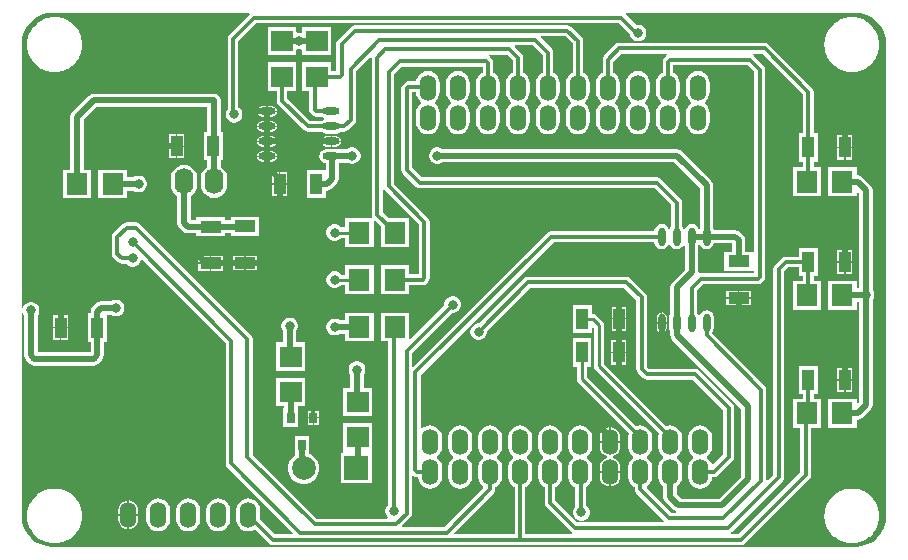
<source format=gbl>
G04*
G04 #@! TF.GenerationSoftware,Altium Limited,Altium Designer,23.1.1 (15)*
G04*
G04 Layer_Physical_Order=2*
G04 Layer_Color=16711680*
%FSLAX44Y44*%
%MOMM*%
G71*
G04*
G04 #@! TF.SameCoordinates,9F4D0ECE-2CF4-41AA-81F9-B76AE3B11C26*
G04*
G04*
G04 #@! TF.FilePolarity,Positive*
G04*
G01*
G75*
%ADD10C,0.5000*%
%ADD13C,0.2540*%
%ADD14C,0.3000*%
%ADD19R,1.0000X1.8000*%
%ADD21R,1.8000X1.8400*%
%ADD24O,1.6000X2.2000*%
%ADD53C,2.0000*%
%ADD54R,2.0000X2.0000*%
%ADD55C,0.8000*%
%ADD56R,1.8400X1.8000*%
%ADD57O,1.4500X0.6000*%
%ADD58R,0.6500X0.9500*%
%ADD59R,1.8000X1.0000*%
%ADD60O,0.6000X1.5500*%
%ADD61O,1.4000X2.2000*%
G36*
X969072Y693499D02*
X973949Y692019D01*
X978444Y689617D01*
X982383Y686384D01*
X985617Y682444D01*
X988019Y677949D01*
X989499Y673072D01*
X989973Y668257D01*
X989922Y668000D01*
Y268000D01*
X989973Y267743D01*
X989499Y262928D01*
X988019Y258051D01*
X985617Y253556D01*
X982383Y249617D01*
X978444Y246383D01*
X973949Y243981D01*
X969072Y242501D01*
X964257Y242027D01*
X964000Y242078D01*
X284000D01*
X283743Y242027D01*
X278928Y242501D01*
X274051Y243981D01*
X269556Y246383D01*
X265616Y249617D01*
X262383Y253556D01*
X259981Y258051D01*
X258501Y262928D01*
X258027Y267743D01*
X258078Y268000D01*
Y439611D01*
X259348Y439778D01*
X259477Y439298D01*
X260392Y437713D01*
Y403929D01*
X260819Y401783D01*
X262035Y399964D01*
X264964Y397035D01*
X266783Y395819D01*
X268929Y395392D01*
X319071D01*
X321217Y395819D01*
X323036Y397035D01*
X325965Y399964D01*
X327181Y401783D01*
X327608Y403929D01*
Y415500D01*
X330000D01*
Y438392D01*
X333713D01*
X335298Y437477D01*
X337078Y437000D01*
X338922D01*
X340702Y437477D01*
X342298Y438399D01*
X343601Y439702D01*
X344523Y441298D01*
X345000Y443078D01*
Y444922D01*
X344523Y446702D01*
X343601Y448298D01*
X342298Y449601D01*
X340702Y450523D01*
X338922Y451000D01*
X337078D01*
X335298Y450523D01*
X333713Y449608D01*
X324929D01*
X322783Y449181D01*
X320964Y447965D01*
X318035Y445036D01*
X316819Y443217D01*
X316392Y441071D01*
Y439500D01*
X314000D01*
Y415500D01*
X316392D01*
Y406608D01*
X271608D01*
Y437713D01*
X272523Y439298D01*
X273000Y441078D01*
Y442922D01*
X272523Y444702D01*
X271601Y446298D01*
X270298Y447601D01*
X268702Y448523D01*
X266922Y449000D01*
X265078D01*
X263298Y448523D01*
X261702Y447601D01*
X260399Y446298D01*
X259477Y444702D01*
X259348Y444222D01*
X258078Y444389D01*
Y668000D01*
X258027Y668257D01*
X258501Y673072D01*
X259981Y677949D01*
X262383Y682444D01*
X265616Y686384D01*
X269556Y689617D01*
X274051Y692019D01*
X278928Y693499D01*
X283743Y693973D01*
X284000Y693922D01*
X450637D01*
X451163Y692652D01*
X433756Y675244D01*
X432761Y673756D01*
X432412Y672000D01*
Y612311D01*
X432399Y612298D01*
X431477Y610702D01*
X431000Y608922D01*
Y607078D01*
X431477Y605298D01*
X432399Y603702D01*
X433702Y602399D01*
X435298Y601477D01*
X437078Y601000D01*
X438922D01*
X440702Y601477D01*
X442298Y602399D01*
X443601Y603702D01*
X444523Y605298D01*
X445000Y607078D01*
Y608922D01*
X444523Y610702D01*
X443601Y612298D01*
X442298Y613601D01*
X441588Y614011D01*
Y670099D01*
X456900Y685412D01*
X763622D01*
X773016Y676018D01*
X773477Y674298D01*
X774399Y672702D01*
X775702Y671399D01*
X777298Y670477D01*
X779078Y670000D01*
X780922D01*
X782702Y670477D01*
X784298Y671399D01*
X785601Y672702D01*
X786523Y674298D01*
X787000Y676078D01*
Y677922D01*
X786523Y679702D01*
X785601Y681298D01*
X784298Y682601D01*
X782702Y683523D01*
X780922Y684000D01*
X779078D01*
X778237Y683774D01*
X769360Y692652D01*
X769886Y693922D01*
X964000D01*
X964257Y693973D01*
X969072Y693499D01*
D02*
G37*
%LPC*%
G36*
X520200Y682000D02*
X495800D01*
Y677812D01*
X494530Y676837D01*
X493922Y677000D01*
X492078D01*
X491707Y676901D01*
X490700Y677674D01*
Y682000D01*
X466300D01*
Y658000D01*
X490700D01*
Y662326D01*
X491707Y663099D01*
X492078Y663000D01*
X493922D01*
X494530Y663163D01*
X495800Y662188D01*
Y658000D01*
X520200D01*
Y682000D01*
D02*
G37*
G36*
X287989Y690257D02*
X284011D01*
X283716Y690198D01*
X283414D01*
X279513Y689422D01*
X279235Y689307D01*
X278939Y689248D01*
X275264Y687726D01*
X275013Y687559D01*
X274735Y687443D01*
X271428Y685233D01*
X271215Y685020D01*
X270964Y684853D01*
X268151Y682040D01*
X267984Y681790D01*
X267771Y681577D01*
X265561Y678269D01*
X265446Y677991D01*
X265278Y677740D01*
X263756Y674065D01*
X263697Y673770D01*
X263582Y673491D01*
X262806Y669590D01*
Y669289D01*
X262747Y668993D01*
Y665015D01*
X262806Y664720D01*
Y664418D01*
X263582Y660517D01*
X263697Y660239D01*
X263756Y659943D01*
X265278Y656268D01*
X265446Y656018D01*
X265561Y655739D01*
X267771Y652432D01*
X267984Y652219D01*
X268151Y651968D01*
X270964Y649155D01*
X271215Y648988D01*
X271428Y648775D01*
X274735Y646565D01*
X275014Y646450D01*
X275264Y646282D01*
X278939Y644760D01*
X279235Y644701D01*
X279513Y644586D01*
X283414Y643810D01*
X283716D01*
X284011Y643751D01*
X287989D01*
X288284Y643810D01*
X288586D01*
X292487Y644586D01*
X292766Y644701D01*
X293061Y644760D01*
X296736Y646282D01*
X296987Y646450D01*
X297265Y646565D01*
X300572Y648775D01*
X300785Y648988D01*
X301036Y649156D01*
X303849Y651968D01*
X304016Y652219D01*
X304229Y652432D01*
X306439Y655739D01*
X306554Y656018D01*
X306722Y656268D01*
X308244Y659943D01*
X308303Y660239D01*
X308418Y660517D01*
X309194Y664418D01*
Y664720D01*
X309253Y665015D01*
Y668993D01*
X309194Y669289D01*
Y669590D01*
X308418Y673491D01*
X308303Y673770D01*
X308244Y674065D01*
X306722Y677740D01*
X306554Y677991D01*
X306439Y678269D01*
X304229Y681577D01*
X304016Y681790D01*
X303849Y682040D01*
X301036Y684853D01*
X300785Y685020D01*
X300572Y685233D01*
X297265Y687443D01*
X296987Y687559D01*
X296736Y687726D01*
X293061Y689248D01*
X292766Y689307D01*
X292487Y689422D01*
X288586Y690198D01*
X288284D01*
X287989Y690257D01*
D02*
G37*
G36*
X962989Y690253D02*
X959011D01*
X958716Y690194D01*
X958414D01*
X954513Y689418D01*
X954234Y689303D01*
X953939Y689244D01*
X950264Y687722D01*
X950013Y687554D01*
X949735Y687439D01*
X946428Y685229D01*
X946215Y685016D01*
X945964Y684849D01*
X943151Y682036D01*
X942984Y681785D01*
X942771Y681572D01*
X940561Y678265D01*
X940446Y677987D01*
X940278Y677736D01*
X938756Y674061D01*
X938697Y673765D01*
X938582Y673487D01*
X937806Y669586D01*
Y669284D01*
X937747Y668989D01*
Y665011D01*
X937806Y664716D01*
Y664414D01*
X938582Y660513D01*
X938697Y660235D01*
X938756Y659939D01*
X940278Y656264D01*
X940446Y656013D01*
X940561Y655735D01*
X942771Y652428D01*
X942984Y652215D01*
X943151Y651964D01*
X945964Y649151D01*
X946215Y648984D01*
X946428Y648771D01*
X949735Y646561D01*
X950014Y646446D01*
X950264Y646278D01*
X953939Y644756D01*
X954234Y644697D01*
X954513Y644582D01*
X958414Y643806D01*
X958716D01*
X959011Y643747D01*
X962989D01*
X963284Y643806D01*
X963586D01*
X967487Y644582D01*
X967766Y644697D01*
X968061Y644756D01*
X971736Y646278D01*
X971986Y646446D01*
X972265Y646561D01*
X975572Y648771D01*
X975785Y648984D01*
X976036Y649151D01*
X978849Y651964D01*
X979016Y652215D01*
X979229Y652428D01*
X981439Y655735D01*
X981554Y656013D01*
X981722Y656264D01*
X983244Y659939D01*
X983303Y660235D01*
X983418Y660513D01*
X984194Y664414D01*
Y664716D01*
X984253Y665011D01*
Y668989D01*
X984194Y669284D01*
Y669586D01*
X983418Y673487D01*
X983303Y673765D01*
X983244Y674061D01*
X981722Y677736D01*
X981554Y677987D01*
X981439Y678265D01*
X979229Y681572D01*
X979016Y681785D01*
X978849Y682036D01*
X976036Y684849D01*
X975785Y685016D01*
X975572Y685229D01*
X972265Y687439D01*
X971986Y687554D01*
X971736Y687722D01*
X968061Y689244D01*
X967766Y689303D01*
X967487Y689418D01*
X963586Y690194D01*
X963284D01*
X962989Y690253D01*
D02*
G37*
G36*
X470000Y614904D02*
X466385D01*
Y611185D01*
X474227D01*
X474022Y612216D01*
X473078Y613629D01*
X471666Y614572D01*
X470000Y614904D01*
D02*
G37*
G36*
X465115D02*
X461500D01*
X459834Y614572D01*
X458422Y613629D01*
X457478Y612216D01*
X457273Y611185D01*
X465115D01*
Y614904D01*
D02*
G37*
G36*
X474227Y609915D02*
X466385D01*
Y606196D01*
X470000D01*
X471666Y606528D01*
X473078Y607472D01*
X474022Y608884D01*
X474227Y609915D01*
D02*
G37*
G36*
X465115D02*
X457273D01*
X457478Y608884D01*
X458422Y607472D01*
X459834Y606528D01*
X461500Y606196D01*
X465115D01*
Y609915D01*
D02*
G37*
G36*
X470000Y602204D02*
X466385D01*
Y598485D01*
X474227D01*
X474022Y599516D01*
X473078Y600928D01*
X471666Y601872D01*
X470000Y602204D01*
D02*
G37*
G36*
X465115D02*
X461500D01*
X459834Y601872D01*
X458422Y600928D01*
X457478Y599516D01*
X457273Y598485D01*
X465115D01*
Y602204D01*
D02*
G37*
G36*
X474227Y597215D02*
X466385D01*
Y593496D01*
X470000D01*
X471666Y593828D01*
X473078Y594771D01*
X474022Y596184D01*
X474227Y597215D01*
D02*
G37*
G36*
X465115D02*
X457273D01*
X457478Y596184D01*
X458422Y594771D01*
X459834Y593828D01*
X461500Y593496D01*
X465115D01*
Y597215D01*
D02*
G37*
G36*
X830650Y644786D02*
X828039Y644443D01*
X825607Y643435D01*
X823518Y641832D01*
X821915Y639743D01*
X820907Y637310D01*
X820564Y634700D01*
Y626700D01*
X820907Y624090D01*
X821915Y621657D01*
X823518Y619568D01*
X824734Y618635D01*
Y617365D01*
X823518Y616432D01*
X821915Y614343D01*
X820907Y611911D01*
X820564Y609300D01*
Y601300D01*
X820907Y598689D01*
X821915Y596257D01*
X823518Y594168D01*
X825607Y592565D01*
X828039Y591557D01*
X830650Y591214D01*
X833260Y591557D01*
X835693Y592565D01*
X837782Y594168D01*
X839385Y596257D01*
X840393Y598689D01*
X840736Y601300D01*
Y609300D01*
X840393Y611911D01*
X839385Y614343D01*
X837782Y616432D01*
X836566Y617365D01*
Y618635D01*
X837782Y619568D01*
X839385Y621657D01*
X840393Y624090D01*
X840736Y626700D01*
Y634700D01*
X840393Y637310D01*
X839385Y639743D01*
X837782Y641832D01*
X835693Y643435D01*
X833260Y644443D01*
X830650Y644786D01*
D02*
G37*
G36*
X779850D02*
X777240Y644443D01*
X774807Y643435D01*
X772718Y641832D01*
X771115Y639743D01*
X770107Y637310D01*
X769764Y634700D01*
Y626700D01*
X770107Y624090D01*
X771115Y621657D01*
X772718Y619568D01*
X773934Y618635D01*
Y617365D01*
X772718Y616432D01*
X771115Y614343D01*
X770107Y611911D01*
X769764Y609300D01*
Y601300D01*
X770107Y598689D01*
X771115Y596257D01*
X772718Y594168D01*
X774807Y592565D01*
X777240Y591557D01*
X779850Y591214D01*
X782460Y591557D01*
X784893Y592565D01*
X786982Y594168D01*
X788585Y596257D01*
X789593Y598689D01*
X789936Y601300D01*
Y609300D01*
X789593Y611911D01*
X788585Y614343D01*
X786982Y616432D01*
X785766Y617365D01*
Y618635D01*
X786982Y619568D01*
X788585Y621657D01*
X789593Y624090D01*
X789936Y626700D01*
Y634700D01*
X789593Y637310D01*
X788585Y639743D01*
X786982Y641832D01*
X784893Y643435D01*
X782460Y644443D01*
X779850Y644786D01*
D02*
G37*
G36*
X720000Y683588D02*
X540000D01*
X538244Y683239D01*
X536756Y682244D01*
X525756Y671244D01*
X524761Y669756D01*
X524412Y668000D01*
Y644588D01*
X520200D01*
Y652000D01*
X495800D01*
Y628000D01*
X501412D01*
Y612038D01*
X501761Y610282D01*
X502756Y608794D01*
X504244Y607306D01*
X505732Y606311D01*
X507488Y605962D01*
X512067D01*
X513659Y604898D01*
X513914Y604847D01*
Y603553D01*
X513659Y603502D01*
X512067Y602438D01*
X502051D01*
X483088Y621400D01*
Y628000D01*
X490700D01*
Y652000D01*
X466300D01*
Y628000D01*
X473912D01*
Y619500D01*
X474261Y617744D01*
X475256Y616256D01*
X496906Y594606D01*
X498394Y593611D01*
X500150Y593262D01*
X512067D01*
X513659Y592198D01*
X516000Y591732D01*
X524500D01*
X526841Y592198D01*
X528433Y593262D01*
X531310D01*
X533066Y593611D01*
X534554Y594606D01*
X539974Y600026D01*
X540969Y601514D01*
X541318Y603270D01*
Y644829D01*
X553273Y656784D01*
X554443Y656159D01*
X554412Y656000D01*
Y523200D01*
X554756Y521470D01*
X554800Y521240D01*
X554081Y520200D01*
X532000D01*
Y512354D01*
X528546D01*
X527298Y513601D01*
X525702Y514523D01*
X523922Y515000D01*
X522078D01*
X520298Y514523D01*
X518702Y513601D01*
X517399Y512298D01*
X516477Y510702D01*
X516000Y508922D01*
Y507078D01*
X516477Y505298D01*
X517399Y503702D01*
X518702Y502399D01*
X520298Y501477D01*
X522078Y501000D01*
X523922D01*
X525702Y501477D01*
X527298Y502399D01*
X528546Y503646D01*
X532000D01*
Y495800D01*
X556000D01*
Y518052D01*
X557173Y518538D01*
X562000Y513711D01*
Y495800D01*
X586000D01*
Y520200D01*
X568489D01*
X563588Y525101D01*
Y544152D01*
X563833Y544348D01*
X565535Y544086D01*
X565756Y543756D01*
X594412Y515100D01*
Y472588D01*
X586000D01*
Y480200D01*
X562000D01*
Y455800D01*
X586000D01*
Y463412D01*
X597512D01*
X599268Y463761D01*
X600756Y464756D01*
X602244Y466244D01*
X603239Y467732D01*
X603588Y469488D01*
Y517000D01*
X603239Y518756D01*
X602244Y520244D01*
X573588Y548900D01*
Y642100D01*
X579901Y648412D01*
X648262D01*
Y643623D01*
X647807Y643435D01*
X645718Y641832D01*
X644115Y639743D01*
X643107Y637310D01*
X642764Y634700D01*
Y626700D01*
X643107Y624090D01*
X644115Y621657D01*
X645718Y619568D01*
X646934Y618635D01*
Y617365D01*
X645718Y616432D01*
X644115Y614343D01*
X643107Y611911D01*
X642764Y609300D01*
Y601300D01*
X643107Y598689D01*
X644115Y596257D01*
X645718Y594168D01*
X647807Y592565D01*
X650239Y591557D01*
X652850Y591214D01*
X655461Y591557D01*
X657893Y592565D01*
X659982Y594168D01*
X661585Y596257D01*
X662593Y598689D01*
X662936Y601300D01*
Y609300D01*
X662593Y611911D01*
X661585Y614343D01*
X659982Y616432D01*
X658766Y617365D01*
Y618635D01*
X659982Y619568D01*
X661585Y621657D01*
X662593Y624090D01*
X662936Y626700D01*
Y634700D01*
X662593Y637310D01*
X661585Y639743D01*
X659982Y641832D01*
X657893Y643435D01*
X657438Y643623D01*
Y651512D01*
X657089Y653268D01*
X656094Y654756D01*
X654606Y656244D01*
X654276Y656465D01*
X654014Y658167D01*
X654211Y658412D01*
X669100D01*
X673662Y653849D01*
Y643623D01*
X673207Y643435D01*
X671118Y641832D01*
X669515Y639743D01*
X668507Y637310D01*
X668164Y634700D01*
Y626700D01*
X668507Y624090D01*
X669515Y621657D01*
X671118Y619568D01*
X672334Y618635D01*
Y617365D01*
X671118Y616432D01*
X669515Y614343D01*
X668507Y611911D01*
X668164Y609300D01*
Y601300D01*
X668507Y598689D01*
X669515Y596257D01*
X671118Y594168D01*
X673207Y592565D01*
X675639Y591557D01*
X678250Y591214D01*
X680861Y591557D01*
X683293Y592565D01*
X685382Y594168D01*
X686985Y596257D01*
X687993Y598689D01*
X688336Y601300D01*
Y609300D01*
X687993Y611911D01*
X686985Y614343D01*
X685382Y616432D01*
X684166Y617365D01*
Y618635D01*
X685382Y619568D01*
X686985Y621657D01*
X687993Y624090D01*
X688336Y626700D01*
Y634700D01*
X687993Y637310D01*
X686985Y639743D01*
X685382Y641832D01*
X683293Y643435D01*
X682838Y643623D01*
Y655750D01*
X682489Y657506D01*
X681494Y658994D01*
X675347Y665142D01*
X675873Y666412D01*
X691099D01*
X699062Y658449D01*
Y643623D01*
X698607Y643435D01*
X696518Y641832D01*
X694915Y639743D01*
X693907Y637310D01*
X693564Y634700D01*
Y626700D01*
X693907Y624090D01*
X694915Y621657D01*
X696518Y619568D01*
X697734Y618635D01*
Y617365D01*
X696518Y616432D01*
X694915Y614343D01*
X693907Y611911D01*
X693564Y609300D01*
Y601300D01*
X693907Y598689D01*
X694915Y596257D01*
X696518Y594168D01*
X698607Y592565D01*
X701040Y591557D01*
X703650Y591214D01*
X706261Y591557D01*
X708693Y592565D01*
X710782Y594168D01*
X712385Y596257D01*
X713393Y598689D01*
X713736Y601300D01*
Y609300D01*
X713393Y611911D01*
X712385Y614343D01*
X710782Y616432D01*
X709566Y617365D01*
Y618635D01*
X710782Y619568D01*
X712385Y621657D01*
X713393Y624090D01*
X713736Y626700D01*
Y634700D01*
X713393Y637310D01*
X712385Y639743D01*
X710782Y641832D01*
X708693Y643435D01*
X708238Y643623D01*
Y660350D01*
X707889Y662106D01*
X706894Y663594D01*
X697347Y673142D01*
X697873Y674412D01*
X718100D01*
X724462Y668049D01*
Y643623D01*
X724007Y643435D01*
X721918Y641832D01*
X720315Y639743D01*
X719307Y637310D01*
X718964Y634700D01*
Y626700D01*
X719307Y624090D01*
X720315Y621657D01*
X721918Y619568D01*
X723134Y618635D01*
Y617365D01*
X721918Y616432D01*
X720315Y614343D01*
X719307Y611911D01*
X718964Y609300D01*
Y601300D01*
X719307Y598689D01*
X720315Y596257D01*
X721918Y594168D01*
X724007Y592565D01*
X726440Y591557D01*
X729050Y591214D01*
X731661Y591557D01*
X734093Y592565D01*
X736182Y594168D01*
X737785Y596257D01*
X738793Y598689D01*
X739136Y601300D01*
Y609300D01*
X738793Y611911D01*
X737785Y614343D01*
X736182Y616432D01*
X734966Y617365D01*
Y618635D01*
X736182Y619568D01*
X737785Y621657D01*
X738793Y624090D01*
X739136Y626700D01*
Y634700D01*
X738793Y637310D01*
X737785Y639743D01*
X736182Y641832D01*
X734093Y643435D01*
X733638Y643623D01*
Y669950D01*
X733289Y671706D01*
X732294Y673194D01*
X723244Y682244D01*
X721756Y683239D01*
X720000Y683588D01*
D02*
G37*
G36*
X627450Y644786D02*
X624840Y644443D01*
X622407Y643435D01*
X620318Y641832D01*
X618715Y639743D01*
X617707Y637310D01*
X617364Y634700D01*
Y626700D01*
X617707Y624090D01*
X618715Y621657D01*
X620318Y619568D01*
X621534Y618635D01*
Y617365D01*
X620318Y616432D01*
X618715Y614343D01*
X617707Y611911D01*
X617364Y609300D01*
Y601300D01*
X617707Y598689D01*
X618715Y596257D01*
X620318Y594168D01*
X622407Y592565D01*
X624840Y591557D01*
X627450Y591214D01*
X630061Y591557D01*
X632493Y592565D01*
X634582Y594168D01*
X636185Y596257D01*
X637193Y598689D01*
X637536Y601300D01*
Y609300D01*
X637193Y611911D01*
X636185Y614343D01*
X634582Y616432D01*
X633366Y617365D01*
Y618635D01*
X634582Y619568D01*
X636185Y621657D01*
X637193Y624090D01*
X637536Y626700D01*
Y634700D01*
X637193Y637310D01*
X636185Y639743D01*
X634582Y641832D01*
X632493Y643435D01*
X630061Y644443D01*
X627450Y644786D01*
D02*
G37*
G36*
X524500Y589504D02*
X520885D01*
Y585785D01*
X528727D01*
X528522Y586816D01*
X527579Y588228D01*
X526166Y589172D01*
X524500Y589504D01*
D02*
G37*
G36*
X519615D02*
X516000D01*
X514334Y589172D01*
X512921Y588228D01*
X511978Y586816D01*
X511773Y585785D01*
X519615D01*
Y589504D01*
D02*
G37*
G36*
X470000D02*
X466385D01*
Y585785D01*
X474227D01*
X474022Y586816D01*
X473078Y588228D01*
X471666Y589172D01*
X470000Y589504D01*
D02*
G37*
G36*
X465115D02*
X461500D01*
X459834Y589172D01*
X458422Y588228D01*
X457478Y586816D01*
X457273Y585785D01*
X465115D01*
Y589504D01*
D02*
G37*
G36*
X395520Y591270D02*
X389885D01*
Y581635D01*
X395520D01*
Y591270D01*
D02*
G37*
G36*
X388615D02*
X382980D01*
Y581635D01*
X388615D01*
Y591270D01*
D02*
G37*
G36*
X528727Y584515D02*
X520885D01*
Y580796D01*
X524500D01*
X526166Y581128D01*
X527579Y582071D01*
X528522Y583484D01*
X528727Y584515D01*
D02*
G37*
G36*
X519615D02*
X511773D01*
X511978Y583484D01*
X512921Y582071D01*
X514334Y581128D01*
X516000Y580796D01*
X519615D01*
Y584515D01*
D02*
G37*
G36*
X474227Y584515D02*
X466385D01*
Y580796D01*
X470000D01*
X471666Y581128D01*
X473078Y582071D01*
X474022Y583484D01*
X474227Y584515D01*
D02*
G37*
G36*
X465115D02*
X457273D01*
X457478Y583484D01*
X458422Y582071D01*
X459834Y581128D01*
X461500Y580796D01*
X465115D01*
Y584515D01*
D02*
G37*
G36*
X961270Y590270D02*
X955635D01*
Y580635D01*
X961270D01*
Y590270D01*
D02*
G37*
G36*
X954365D02*
X948730D01*
Y580635D01*
X954365D01*
Y590270D01*
D02*
G37*
G36*
X538922Y580000D02*
X537078D01*
X535298Y579523D01*
X533702Y578601D01*
X533433Y578333D01*
X525681D01*
X524500Y578568D01*
X516000D01*
X513659Y578102D01*
X511674Y576776D01*
X510348Y574791D01*
X509882Y572450D01*
X510348Y570109D01*
X511674Y568124D01*
X513659Y566798D01*
X515392Y566453D01*
Y561000D01*
X499500D01*
Y537000D01*
X515500D01*
Y543392D01*
X516310D01*
X518456Y543819D01*
X520275Y545035D01*
X524965Y549725D01*
X526181Y551544D01*
X526608Y553690D01*
Y566752D01*
X526841Y566798D01*
X527319Y567117D01*
X534189D01*
X535298Y566477D01*
X537078Y566000D01*
X538922D01*
X540702Y566477D01*
X542298Y567399D01*
X543601Y568702D01*
X544523Y570298D01*
X545000Y572078D01*
Y573922D01*
X544523Y575702D01*
X543601Y577298D01*
X542298Y578601D01*
X540702Y579523D01*
X538922Y580000D01*
D02*
G37*
G36*
X470000Y576804D02*
X466385D01*
Y573085D01*
X474227D01*
X474022Y574116D01*
X473078Y575528D01*
X471666Y576472D01*
X470000Y576804D01*
D02*
G37*
G36*
X465115D02*
X461500D01*
X459834Y576472D01*
X458422Y575528D01*
X457478Y574116D01*
X457273Y573085D01*
X465115D01*
Y576804D01*
D02*
G37*
G36*
X395520Y580365D02*
X389885D01*
Y570730D01*
X395520D01*
Y580365D01*
D02*
G37*
G36*
X388615D02*
X382980D01*
Y570730D01*
X388615D01*
Y580365D01*
D02*
G37*
G36*
X961270Y579365D02*
X955635D01*
Y569730D01*
X961270D01*
Y579365D01*
D02*
G37*
G36*
X954365D02*
X948730D01*
Y569730D01*
X954365D01*
Y579365D01*
D02*
G37*
G36*
X474227Y571815D02*
X466385D01*
Y568096D01*
X470000D01*
X471666Y568428D01*
X473078Y569371D01*
X474022Y570784D01*
X474227Y571815D01*
D02*
G37*
G36*
X465115D02*
X457273D01*
X457478Y570784D01*
X458422Y569371D01*
X459834Y568428D01*
X461500Y568096D01*
X465115D01*
Y571815D01*
D02*
G37*
G36*
X482770Y559270D02*
X477135D01*
Y549635D01*
X482770D01*
Y559270D01*
D02*
G37*
G36*
X475865D02*
X470230D01*
Y549635D01*
X475865D01*
Y559270D01*
D02*
G37*
G36*
X347000Y561200D02*
X323000D01*
Y536800D01*
X347000D01*
Y543392D01*
X352713D01*
X354298Y542477D01*
X356078Y542000D01*
X357922D01*
X359702Y542477D01*
X361298Y543399D01*
X362601Y544702D01*
X363523Y546298D01*
X364000Y548078D01*
Y549922D01*
X363523Y551702D01*
X362601Y553298D01*
X361298Y554601D01*
X359702Y555523D01*
X357922Y556000D01*
X356078D01*
X354298Y555523D01*
X352713Y554608D01*
X347000D01*
Y561200D01*
D02*
G37*
G36*
X887000Y668588D02*
X764000D01*
X762244Y668239D01*
X760756Y667244D01*
X751206Y657694D01*
X750211Y656206D01*
X749862Y654450D01*
Y643623D01*
X749407Y643435D01*
X747318Y641832D01*
X745715Y639743D01*
X744707Y637310D01*
X744364Y634700D01*
Y626700D01*
X744707Y624090D01*
X745715Y621657D01*
X747318Y619568D01*
X748534Y618635D01*
Y617365D01*
X747318Y616432D01*
X745715Y614343D01*
X744707Y611911D01*
X744364Y609300D01*
Y601300D01*
X744707Y598689D01*
X745715Y596257D01*
X747318Y594168D01*
X749407Y592565D01*
X751840Y591557D01*
X754450Y591214D01*
X757060Y591557D01*
X759493Y592565D01*
X761582Y594168D01*
X763185Y596257D01*
X764193Y598689D01*
X764536Y601300D01*
Y609300D01*
X764193Y611911D01*
X763185Y614343D01*
X761582Y616432D01*
X760366Y617365D01*
Y618635D01*
X761582Y619568D01*
X763185Y621657D01*
X764193Y624090D01*
X764536Y626700D01*
Y634700D01*
X764193Y637310D01*
X763185Y639743D01*
X761582Y641832D01*
X759493Y643435D01*
X759038Y643623D01*
Y652550D01*
X765900Y659412D01*
X803889D01*
X804086Y659167D01*
X803824Y657465D01*
X803494Y657244D01*
X802006Y655756D01*
X801011Y654268D01*
X800662Y652512D01*
Y643623D01*
X800207Y643435D01*
X798118Y641832D01*
X796515Y639743D01*
X795507Y637310D01*
X795164Y634700D01*
Y626700D01*
X795507Y624090D01*
X796515Y621657D01*
X798118Y619568D01*
X799334Y618635D01*
Y617365D01*
X798118Y616432D01*
X796515Y614343D01*
X795507Y611911D01*
X795164Y609300D01*
Y601300D01*
X795507Y598689D01*
X796515Y596257D01*
X798118Y594168D01*
X800207Y592565D01*
X802639Y591557D01*
X805250Y591214D01*
X807860Y591557D01*
X810293Y592565D01*
X812382Y594168D01*
X813985Y596257D01*
X814993Y598689D01*
X815336Y601300D01*
Y609300D01*
X814993Y611911D01*
X813985Y614343D01*
X812382Y616432D01*
X811166Y617365D01*
Y618635D01*
X812382Y619568D01*
X813985Y621657D01*
X814993Y624090D01*
X815336Y626700D01*
Y634700D01*
X814993Y637310D01*
X813985Y639743D01*
X812382Y641832D01*
X810293Y643435D01*
X809838Y643623D01*
Y649412D01*
X873100D01*
X878412Y644100D01*
Y473588D01*
X833000D01*
X832064Y473402D01*
X831024Y474293D01*
X830958Y474459D01*
Y497343D01*
X831002Y497409D01*
X831052Y497664D01*
X832347D01*
X832398Y497409D01*
X833724Y495424D01*
X835709Y494098D01*
X838050Y493633D01*
X840391Y494098D01*
X842376Y495424D01*
X843702Y497409D01*
X843997Y498892D01*
X859392D01*
Y491500D01*
X853000D01*
Y475500D01*
X877000D01*
Y491500D01*
X870608D01*
Y501571D01*
X870181Y503717D01*
X868965Y505536D01*
X866036Y508465D01*
X864217Y509681D01*
X862071Y510108D01*
X843997D01*
X843702Y511591D01*
X843658Y511657D01*
Y547950D01*
X843231Y550096D01*
X842015Y551915D01*
X816965Y576965D01*
X815146Y578181D01*
X813000Y578608D01*
X614287D01*
X612702Y579523D01*
X610922Y580000D01*
X609078D01*
X607298Y579523D01*
X605702Y578601D01*
X604399Y577298D01*
X603477Y575702D01*
X603000Y573922D01*
Y572078D01*
X603477Y570298D01*
X604399Y568702D01*
X605702Y567399D01*
X607298Y566477D01*
X609078Y566000D01*
X610922D01*
X612702Y566477D01*
X614287Y567392D01*
X810677D01*
X832442Y545627D01*
Y511657D01*
X832398Y511591D01*
X832347Y511336D01*
X831052D01*
X831002Y511591D01*
X829676Y513576D01*
X827691Y514902D01*
X825350Y515368D01*
X823009Y514902D01*
X821024Y513576D01*
X819698Y511591D01*
X819647Y511336D01*
X818353D01*
X818302Y511591D01*
X817238Y513183D01*
Y533350D01*
X816889Y535106D01*
X815894Y536594D01*
X799215Y553274D01*
X797726Y554268D01*
X795971Y554618D01*
X596871D01*
X588588Y562901D01*
Y626900D01*
X591964D01*
Y626700D01*
X592307Y624090D01*
X593315Y621657D01*
X594918Y619568D01*
X596134Y618635D01*
Y617365D01*
X594918Y616432D01*
X593315Y614343D01*
X592307Y611911D01*
X591964Y609300D01*
Y601300D01*
X592307Y598689D01*
X593315Y596257D01*
X594918Y594168D01*
X597007Y592565D01*
X599440Y591557D01*
X602050Y591214D01*
X604660Y591557D01*
X607093Y592565D01*
X609182Y594168D01*
X610785Y596257D01*
X611793Y598689D01*
X612136Y601300D01*
Y609300D01*
X611793Y611911D01*
X610785Y614343D01*
X609182Y616432D01*
X607966Y617365D01*
Y618635D01*
X609182Y619568D01*
X610785Y621657D01*
X611793Y624090D01*
X612136Y626700D01*
Y634700D01*
X611793Y637310D01*
X610785Y639743D01*
X609182Y641832D01*
X607093Y643435D01*
X604660Y644443D01*
X602050Y644786D01*
X599440Y644443D01*
X597007Y643435D01*
X594918Y641832D01*
X593315Y639743D01*
X592307Y637310D01*
X592145Y636076D01*
X585488D01*
X583732Y635727D01*
X582244Y634732D01*
X580756Y633244D01*
X579761Y631756D01*
X579412Y630000D01*
Y561000D01*
X579761Y559244D01*
X580756Y557756D01*
X591726Y546785D01*
X593215Y545791D01*
X594971Y545441D01*
X794070D01*
X808062Y531450D01*
Y513183D01*
X806998Y511591D01*
X806947Y511336D01*
X805652D01*
X805602Y511591D01*
X804276Y513576D01*
X802291Y514902D01*
X799950Y515368D01*
X797609Y514902D01*
X795624Y513576D01*
X794298Y511591D01*
X793832Y509250D01*
Y509088D01*
X706500D01*
X704744Y508739D01*
X703256Y507744D01*
X589762Y394250D01*
X588588Y394736D01*
Y406100D01*
X622489Y440000D01*
X623922D01*
X625702Y440477D01*
X627298Y441399D01*
X628601Y442702D01*
X629523Y444298D01*
X630000Y446078D01*
Y447922D01*
X629523Y449702D01*
X628601Y451298D01*
X627298Y452601D01*
X625702Y453523D01*
X623922Y454000D01*
X622078D01*
X620298Y453523D01*
X618702Y452601D01*
X617399Y451298D01*
X616477Y449702D01*
X616000Y447922D01*
Y446489D01*
X587173Y417662D01*
X586000Y418148D01*
Y440200D01*
X562000D01*
Y415800D01*
X568412D01*
Y277311D01*
X567399Y276298D01*
X566477Y274702D01*
X566000Y272922D01*
Y271078D01*
X566477Y269298D01*
X567399Y267702D01*
X568242Y266858D01*
X567716Y265588D01*
X507901D01*
X453588Y319900D01*
Y418000D01*
X453239Y419756D01*
X452244Y421244D01*
X358244Y515244D01*
X356756Y516239D01*
X355000Y516588D01*
X347000D01*
X345244Y516239D01*
X343756Y515244D01*
X335756Y507244D01*
X334761Y505756D01*
X334412Y504000D01*
Y490000D01*
X334761Y488244D01*
X335756Y486756D01*
X339756Y482756D01*
X341244Y481761D01*
X343000Y481412D01*
X346689D01*
X347702Y480399D01*
X349298Y479477D01*
X351078Y479000D01*
X352922D01*
X354702Y479477D01*
X356298Y480399D01*
X357601Y481702D01*
X358523Y483298D01*
X358923Y484792D01*
X360146Y485366D01*
X430962Y414549D01*
Y312450D01*
X431311Y310694D01*
X432306Y309205D01*
X487750Y253762D01*
X487264Y252588D01*
X472701D01*
X459886Y265402D01*
Y273000D01*
X459543Y275611D01*
X458535Y278043D01*
X456932Y280132D01*
X454843Y281735D01*
X452411Y282743D01*
X449800Y283086D01*
X447189Y282743D01*
X444757Y281735D01*
X442668Y280132D01*
X441065Y278043D01*
X440057Y275611D01*
X439714Y273000D01*
Y265000D01*
X440057Y262390D01*
X441065Y259957D01*
X442668Y257868D01*
X444757Y256265D01*
X447189Y255257D01*
X449800Y254914D01*
X452411Y255257D01*
X454843Y256265D01*
X455524Y256787D01*
X467556Y244756D01*
X469044Y243761D01*
X470800Y243412D01*
X867000D01*
X868756Y243761D01*
X870244Y244756D01*
X925244Y299756D01*
X926239Y301244D01*
X926588Y303000D01*
Y342800D01*
X935000D01*
Y367200D01*
X928588D01*
Y371000D01*
X932000D01*
Y395000D01*
X916000D01*
Y371000D01*
X919412D01*
Y367200D01*
X911000D01*
Y342800D01*
X917412D01*
Y304900D01*
X865099Y252588D01*
X858848D01*
X858652Y252833D01*
X858914Y254535D01*
X859244Y254756D01*
X902244Y297756D01*
X903239Y299244D01*
X903588Y301000D01*
Y475099D01*
X906900Y478412D01*
X916000D01*
Y471000D01*
X919412D01*
Y467200D01*
X911000D01*
Y442800D01*
X935000D01*
Y467200D01*
X928588D01*
Y471000D01*
X932000D01*
Y495000D01*
X916000D01*
Y487588D01*
X905000D01*
X903244Y487239D01*
X901756Y486244D01*
X895756Y480244D01*
X894761Y478756D01*
X894412Y477000D01*
Y302901D01*
X889858Y298347D01*
X888588Y298873D01*
Y375000D01*
X888239Y376756D01*
X887244Y378244D01*
X842652Y422837D01*
X843702Y424409D01*
X844167Y426750D01*
Y436250D01*
X843702Y438591D01*
X842376Y440576D01*
X840391Y441902D01*
X838050Y442368D01*
X835709Y441902D01*
X833724Y440576D01*
X832398Y438591D01*
X832347Y438336D01*
X831052D01*
X831002Y438591D01*
X829938Y440183D01*
Y459450D01*
X834901Y464412D01*
X881512D01*
X883268Y464761D01*
X884756Y465756D01*
X886244Y467244D01*
X887239Y468732D01*
X887588Y470488D01*
Y646000D01*
X887239Y647756D01*
X886244Y649244D01*
X878244Y657244D01*
X877914Y657465D01*
X877652Y659167D01*
X877848Y659412D01*
X885099D01*
X919412Y625099D01*
Y592000D01*
X916000D01*
Y568000D01*
X919412D01*
Y563200D01*
X911000D01*
Y538800D01*
X935000D01*
Y563200D01*
X928588D01*
Y568000D01*
X932000D01*
Y592000D01*
X928588D01*
Y627000D01*
X928239Y628756D01*
X927244Y630244D01*
X890244Y667244D01*
X888756Y668239D01*
X887000Y668588D01*
D02*
G37*
G36*
X482770Y548365D02*
X477135D01*
Y538730D01*
X482770D01*
Y548365D01*
D02*
G37*
G36*
X475865D02*
X470230D01*
Y538730D01*
X475865D01*
Y548365D01*
D02*
G37*
G36*
X421000Y625608D02*
X319000D01*
X316854Y625181D01*
X315035Y623965D01*
X301035Y609965D01*
X299819Y608146D01*
X299392Y606000D01*
Y561200D01*
X293000D01*
Y536800D01*
X317000D01*
Y561200D01*
X310608D01*
Y603677D01*
X321323Y614392D01*
X415392D01*
Y593000D01*
X412250D01*
Y569000D01*
X415392D01*
Y563812D01*
X413155Y562095D01*
X411391Y559798D01*
X410283Y557122D01*
X409905Y554250D01*
Y548250D01*
X410283Y545378D01*
X411391Y542702D01*
X413155Y540405D01*
X415453Y538642D01*
X418128Y537533D01*
X421000Y537155D01*
X423872Y537533D01*
X426547Y538642D01*
X428845Y540405D01*
X430608Y542702D01*
X431717Y545378D01*
X432095Y548250D01*
Y554250D01*
X431717Y557122D01*
X430608Y559798D01*
X428845Y562095D01*
X426608Y563812D01*
Y569000D01*
X428250D01*
Y593000D01*
X426608D01*
Y620000D01*
X426181Y622146D01*
X424965Y623965D01*
X423146Y625181D01*
X421000Y625608D01*
D02*
G37*
G36*
X395600Y565345D02*
X392728Y564967D01*
X390053Y563858D01*
X387755Y562095D01*
X385992Y559798D01*
X384883Y557122D01*
X384505Y554250D01*
Y548250D01*
X384883Y545378D01*
X385992Y542702D01*
X387755Y540405D01*
X389992Y538688D01*
Y515929D01*
X390419Y513783D01*
X391635Y511964D01*
X394564Y509035D01*
X396383Y507819D01*
X398529Y507392D01*
X406000D01*
Y505000D01*
X430000D01*
Y507392D01*
X435000D01*
Y505250D01*
X459000D01*
Y521250D01*
X435000D01*
Y518608D01*
X430000D01*
Y521000D01*
X406000D01*
Y518608D01*
X401208D01*
Y538688D01*
X403445Y540405D01*
X405209Y542702D01*
X406317Y545378D01*
X406695Y548250D01*
Y554250D01*
X406317Y557122D01*
X405209Y559798D01*
X403445Y562095D01*
X401147Y563858D01*
X398472Y564967D01*
X395600Y565345D01*
D02*
G37*
G36*
X961270Y493270D02*
X955635D01*
Y483635D01*
X961270D01*
Y493270D01*
D02*
G37*
G36*
X954365D02*
X948730D01*
Y483635D01*
X954365D01*
Y493270D01*
D02*
G37*
G36*
X457270Y488520D02*
X447635D01*
Y482885D01*
X457270D01*
Y488520D01*
D02*
G37*
G36*
X446365D02*
X436730D01*
Y482885D01*
X446365D01*
Y488520D01*
D02*
G37*
G36*
X428270Y488270D02*
X418635D01*
Y482635D01*
X428270D01*
Y488270D01*
D02*
G37*
G36*
X417365D02*
X407730D01*
Y482635D01*
X417365D01*
Y488270D01*
D02*
G37*
G36*
X457270Y481615D02*
X447635D01*
Y475980D01*
X457270D01*
Y481615D01*
D02*
G37*
G36*
X446365D02*
X436730D01*
Y475980D01*
X446365D01*
Y481615D01*
D02*
G37*
G36*
X428270Y481365D02*
X418635D01*
Y475730D01*
X428270D01*
Y481365D01*
D02*
G37*
G36*
X417365D02*
X407730D01*
Y475730D01*
X417365D01*
Y481365D01*
D02*
G37*
G36*
X961270Y482365D02*
X955635D01*
Y472730D01*
X961270D01*
Y482365D01*
D02*
G37*
G36*
X954365D02*
X948730D01*
Y472730D01*
X954365D01*
Y482365D01*
D02*
G37*
G36*
X556000Y480200D02*
X532000D01*
Y472354D01*
X528546D01*
X527298Y473601D01*
X525702Y474523D01*
X523922Y475000D01*
X522078D01*
X520298Y474523D01*
X518702Y473601D01*
X517399Y472298D01*
X516477Y470702D01*
X516000Y468922D01*
Y467078D01*
X516477Y465298D01*
X517399Y463702D01*
X518702Y462399D01*
X520298Y461477D01*
X522078Y461000D01*
X523922D01*
X525702Y461477D01*
X527298Y462399D01*
X528546Y463646D01*
X532000D01*
Y455800D01*
X556000D01*
Y480200D01*
D02*
G37*
G36*
X965000Y563200D02*
X941000D01*
Y538800D01*
X965000D01*
Y542220D01*
X966173Y542706D01*
X967392Y541487D01*
Y460608D01*
X965000D01*
Y467200D01*
X941000D01*
Y442800D01*
X965000D01*
Y449392D01*
X967392D01*
Y364513D01*
X966173Y363294D01*
X965000Y363780D01*
Y367200D01*
X941000D01*
Y342800D01*
X965000D01*
Y349392D01*
X965810D01*
X967956Y349819D01*
X969775Y351035D01*
X976965Y358225D01*
X978181Y360044D01*
X978608Y362190D01*
Y450713D01*
X979523Y452298D01*
X980000Y454078D01*
Y455922D01*
X979523Y457702D01*
X978608Y459287D01*
Y543810D01*
X978181Y545956D01*
X976965Y547775D01*
X969775Y554965D01*
X967956Y556181D01*
X965810Y556608D01*
X965000D01*
Y563200D01*
D02*
G37*
G36*
X875270Y458770D02*
X865635D01*
Y453135D01*
X875270D01*
Y458770D01*
D02*
G37*
G36*
X864365D02*
X854730D01*
Y453135D01*
X864365D01*
Y458770D01*
D02*
G37*
G36*
X875270Y451865D02*
X865635D01*
Y446230D01*
X875270D01*
Y451865D01*
D02*
G37*
G36*
X864365D02*
X854730D01*
Y446230D01*
X864365D01*
Y451865D01*
D02*
G37*
G36*
X556000Y440200D02*
X532000D01*
Y433608D01*
X527287D01*
X525702Y434523D01*
X523922Y435000D01*
X522078D01*
X520298Y434523D01*
X518702Y433601D01*
X517399Y432298D01*
X516477Y430702D01*
X516000Y428922D01*
Y427078D01*
X516477Y425298D01*
X517399Y423702D01*
X518702Y422399D01*
X520298Y421477D01*
X522078Y421000D01*
X523922D01*
X525702Y421477D01*
X527287Y422392D01*
X532000D01*
Y415800D01*
X556000D01*
Y440200D01*
D02*
G37*
G36*
X297270Y437770D02*
X291635D01*
Y428135D01*
X297270D01*
Y437770D01*
D02*
G37*
G36*
X290365D02*
X284730D01*
Y428135D01*
X290365D01*
Y437770D01*
D02*
G37*
G36*
X297270Y426865D02*
X291635D01*
Y417230D01*
X297270D01*
Y426865D01*
D02*
G37*
G36*
X290365D02*
X284730D01*
Y417230D01*
X290365D01*
Y426865D01*
D02*
G37*
G36*
X485922Y436000D02*
X484078D01*
X482298Y435523D01*
X480702Y434601D01*
X479399Y433298D01*
X478477Y431702D01*
X478000Y429922D01*
Y428078D01*
X478477Y426298D01*
X479392Y424713D01*
Y415000D01*
X473550D01*
Y391000D01*
X497950D01*
Y415000D01*
X490608D01*
Y424713D01*
X491523Y426298D01*
X492000Y428078D01*
Y429922D01*
X491523Y431702D01*
X490601Y433298D01*
X489298Y434601D01*
X487702Y435523D01*
X485922Y436000D01*
D02*
G37*
G36*
X961270Y393270D02*
X955635D01*
Y383635D01*
X961270D01*
Y393270D01*
D02*
G37*
G36*
X954365D02*
X948730D01*
Y383635D01*
X954365D01*
Y393270D01*
D02*
G37*
G36*
X961270Y382365D02*
X955635D01*
Y372730D01*
X961270D01*
Y382365D01*
D02*
G37*
G36*
X954365D02*
X948730D01*
Y372730D01*
X954365D01*
Y382365D01*
D02*
G37*
G36*
X542922Y399000D02*
X541078D01*
X539298Y398523D01*
X537702Y397601D01*
X536399Y396298D01*
X535477Y394702D01*
X535000Y392922D01*
Y391078D01*
X535477Y389298D01*
X536392Y387713D01*
Y376750D01*
X530300D01*
Y352750D01*
X554700D01*
Y376750D01*
X547608D01*
Y387713D01*
X548523Y389298D01*
X549000Y391078D01*
Y392922D01*
X548523Y394702D01*
X547601Y396298D01*
X546298Y397601D01*
X544702Y398523D01*
X542922Y399000D01*
D02*
G37*
G36*
X509520Y357270D02*
X505635D01*
Y351885D01*
X509520D01*
Y357270D01*
D02*
G37*
G36*
X504365D02*
X500480D01*
Y351885D01*
X504365D01*
Y357270D01*
D02*
G37*
G36*
X509520Y350615D02*
X505635D01*
Y345230D01*
X509520D01*
Y350615D01*
D02*
G37*
G36*
X504365D02*
X500480D01*
Y345230D01*
X504365D01*
Y350615D01*
D02*
G37*
G36*
X497950Y385000D02*
X473550D01*
Y361000D01*
X480392D01*
Y359000D01*
X479750D01*
Y343500D01*
X492250D01*
Y359000D01*
X491608D01*
Y361000D01*
X497950D01*
Y385000D01*
D02*
G37*
G36*
X554700Y346750D02*
X530300D01*
Y322750D01*
X530300D01*
X530252Y321500D01*
X528450D01*
Y295500D01*
X554450D01*
Y321500D01*
X554450D01*
X554498Y322750D01*
X554700D01*
Y346750D01*
D02*
G37*
G36*
X501750Y336000D02*
X489250D01*
Y320500D01*
X489304D01*
X489608Y319230D01*
X488868Y318803D01*
X486447Y316382D01*
X484736Y313418D01*
X483850Y310112D01*
Y306688D01*
X484736Y303382D01*
X486447Y300418D01*
X488868Y297997D01*
X491832Y296286D01*
X495139Y295400D01*
X498562D01*
X501868Y296286D01*
X504832Y297997D01*
X507253Y300418D01*
X508964Y303382D01*
X509850Y306688D01*
Y310112D01*
X508964Y313418D01*
X507253Y316382D01*
X504832Y318803D01*
X501868Y320514D01*
X501750Y320546D01*
Y336000D01*
D02*
G37*
G36*
X348835Y281258D02*
Y269635D01*
X356541D01*
Y273000D01*
X356257Y275159D01*
X355424Y277171D01*
X354098Y278898D01*
X352371Y280224D01*
X350359Y281057D01*
X348835Y281258D01*
D02*
G37*
G36*
X347565D02*
X346041Y281057D01*
X344029Y280224D01*
X342302Y278898D01*
X340976Y277171D01*
X340143Y275159D01*
X339859Y273000D01*
Y269635D01*
X347565D01*
Y281258D01*
D02*
G37*
G36*
X356541Y268365D02*
X348835D01*
Y256742D01*
X350359Y256943D01*
X352371Y257776D01*
X354098Y259102D01*
X355424Y260829D01*
X356257Y262841D01*
X356541Y265000D01*
Y268365D01*
D02*
G37*
G36*
X347565D02*
X339859D01*
Y265000D01*
X340143Y262841D01*
X340976Y260829D01*
X342302Y259102D01*
X344029Y257776D01*
X346041Y256943D01*
X347565Y256742D01*
Y268365D01*
D02*
G37*
G36*
X424400Y283086D02*
X421790Y282743D01*
X419357Y281735D01*
X417268Y280132D01*
X415665Y278043D01*
X414657Y275611D01*
X414314Y273000D01*
Y265000D01*
X414657Y262390D01*
X415665Y259957D01*
X417268Y257868D01*
X419357Y256265D01*
X421790Y255257D01*
X424400Y254914D01*
X427010Y255257D01*
X429443Y256265D01*
X431532Y257868D01*
X433135Y259957D01*
X434143Y262390D01*
X434486Y265000D01*
Y273000D01*
X434143Y275611D01*
X433135Y278043D01*
X431532Y280132D01*
X429443Y281735D01*
X427010Y282743D01*
X424400Y283086D01*
D02*
G37*
G36*
X399000D02*
X396390Y282743D01*
X393957Y281735D01*
X391868Y280132D01*
X390265Y278043D01*
X389257Y275611D01*
X388914Y273000D01*
Y265000D01*
X389257Y262390D01*
X390265Y259957D01*
X391868Y257868D01*
X393957Y256265D01*
X396390Y255257D01*
X399000Y254914D01*
X401610Y255257D01*
X404043Y256265D01*
X406132Y257868D01*
X407735Y259957D01*
X408743Y262390D01*
X409086Y265000D01*
Y273000D01*
X408743Y275611D01*
X407735Y278043D01*
X406132Y280132D01*
X404043Y281735D01*
X401610Y282743D01*
X399000Y283086D01*
D02*
G37*
G36*
X373600D02*
X370989Y282743D01*
X368557Y281735D01*
X366468Y280132D01*
X364865Y278043D01*
X363857Y275611D01*
X363514Y273000D01*
Y265000D01*
X363857Y262390D01*
X364865Y259957D01*
X366468Y257868D01*
X368557Y256265D01*
X370989Y255257D01*
X373600Y254914D01*
X376211Y255257D01*
X378643Y256265D01*
X380732Y257868D01*
X382335Y259957D01*
X383343Y262390D01*
X383686Y265000D01*
Y273000D01*
X383343Y275611D01*
X382335Y278043D01*
X380732Y280132D01*
X378643Y281735D01*
X376211Y282743D01*
X373600Y283086D01*
D02*
G37*
G36*
X962989Y291257D02*
X959011D01*
X958716Y291198D01*
X958414D01*
X954513Y290422D01*
X954234Y290307D01*
X953939Y290248D01*
X950264Y288726D01*
X950013Y288559D01*
X949735Y288443D01*
X946428Y286233D01*
X946215Y286020D01*
X945964Y285853D01*
X943151Y283040D01*
X942984Y282790D01*
X942771Y282577D01*
X940561Y279269D01*
X940446Y278991D01*
X940278Y278740D01*
X938756Y275065D01*
X938697Y274770D01*
X938582Y274491D01*
X937806Y270590D01*
Y270289D01*
X937747Y269993D01*
Y266015D01*
X937806Y265720D01*
Y265418D01*
X938582Y261517D01*
X938697Y261239D01*
X938756Y260943D01*
X940278Y257268D01*
X940446Y257018D01*
X940561Y256739D01*
X942771Y253432D01*
X942984Y253219D01*
X943151Y252968D01*
X945964Y250155D01*
X946215Y249988D01*
X946428Y249775D01*
X949735Y247565D01*
X950014Y247450D01*
X950264Y247282D01*
X953939Y245760D01*
X954234Y245701D01*
X954513Y245586D01*
X958414Y244810D01*
X958716D01*
X959011Y244751D01*
X962989D01*
X963284Y244810D01*
X963586D01*
X967487Y245586D01*
X967766Y245701D01*
X968061Y245760D01*
X971736Y247282D01*
X971986Y247450D01*
X972265Y247565D01*
X975572Y249775D01*
X975785Y249988D01*
X976036Y250156D01*
X978849Y252968D01*
X979016Y253219D01*
X979229Y253432D01*
X981439Y256739D01*
X981554Y257018D01*
X981722Y257268D01*
X983244Y260943D01*
X983303Y261239D01*
X983418Y261517D01*
X984194Y265418D01*
Y265720D01*
X984253Y266015D01*
Y269993D01*
X984194Y270289D01*
Y270590D01*
X983418Y274491D01*
X983303Y274770D01*
X983244Y275065D01*
X981722Y278740D01*
X981554Y278991D01*
X981439Y279269D01*
X979229Y282577D01*
X979016Y282790D01*
X978849Y283040D01*
X976036Y285853D01*
X975785Y286020D01*
X975572Y286233D01*
X972265Y288443D01*
X971986Y288559D01*
X971736Y288726D01*
X968061Y290248D01*
X967766Y290307D01*
X967487Y290422D01*
X963586Y291198D01*
X963284D01*
X962989Y291257D01*
D02*
G37*
G36*
X287989Y291253D02*
X284011D01*
X283716Y291194D01*
X283414D01*
X279513Y290418D01*
X279235Y290303D01*
X278939Y290244D01*
X275264Y288722D01*
X275013Y288554D01*
X274735Y288439D01*
X271428Y286229D01*
X271215Y286016D01*
X270964Y285849D01*
X268151Y283036D01*
X267984Y282785D01*
X267771Y282572D01*
X265561Y279265D01*
X265446Y278986D01*
X265278Y278736D01*
X263756Y275061D01*
X263697Y274765D01*
X263582Y274487D01*
X262806Y270586D01*
Y270284D01*
X262747Y269989D01*
Y266011D01*
X262806Y265716D01*
Y265414D01*
X263582Y261513D01*
X263697Y261234D01*
X263756Y260939D01*
X265278Y257264D01*
X265446Y257013D01*
X265561Y256735D01*
X267771Y253428D01*
X267984Y253215D01*
X268151Y252964D01*
X270964Y250151D01*
X271215Y249984D01*
X271428Y249771D01*
X274735Y247561D01*
X275014Y247446D01*
X275264Y247278D01*
X278939Y245756D01*
X279235Y245697D01*
X279513Y245582D01*
X283414Y244806D01*
X283716D01*
X284011Y244747D01*
X287989D01*
X288284Y244806D01*
X288586D01*
X292487Y245582D01*
X292766Y245697D01*
X293061Y245756D01*
X296736Y247278D01*
X296987Y247446D01*
X297265Y247561D01*
X300572Y249771D01*
X300785Y249984D01*
X301036Y250151D01*
X303849Y252964D01*
X304016Y253215D01*
X304229Y253428D01*
X306439Y256735D01*
X306554Y257013D01*
X306722Y257264D01*
X308244Y260939D01*
X308303Y261234D01*
X308418Y261513D01*
X309194Y265414D01*
Y265716D01*
X309253Y266011D01*
Y269989D01*
X309194Y270284D01*
Y270586D01*
X308418Y274487D01*
X308303Y274765D01*
X308244Y275061D01*
X306722Y278736D01*
X306554Y278986D01*
X306439Y279265D01*
X304229Y282572D01*
X304016Y282785D01*
X303849Y283036D01*
X301036Y285849D01*
X300785Y286016D01*
X300572Y286229D01*
X297265Y288439D01*
X296987Y288554D01*
X296736Y288722D01*
X293061Y290244D01*
X292766Y290303D01*
X292487Y290418D01*
X288586Y291194D01*
X288284D01*
X287989Y291253D01*
D02*
G37*
%LPD*%
G36*
X793832Y499750D02*
X794298Y497409D01*
X795624Y495424D01*
X797609Y494098D01*
X799950Y493633D01*
X802291Y494098D01*
X804276Y495424D01*
X805602Y497409D01*
X805652Y497664D01*
X806947D01*
X806998Y497409D01*
X808324Y495424D01*
X810309Y494098D01*
X812650Y493633D01*
X814991Y494098D01*
X816976Y495424D01*
X817802Y496661D01*
X819382Y496823D01*
X819742Y496433D01*
Y476673D01*
X808685Y465615D01*
X807469Y463796D01*
X807042Y461650D01*
Y438657D01*
X806998Y438591D01*
X806532Y436250D01*
Y426750D01*
X806998Y424409D01*
X807042Y424343D01*
Y421350D01*
X807469Y419204D01*
X808685Y417385D01*
X867392Y358677D01*
Y301323D01*
X848677Y282608D01*
X816323D01*
X812608Y286323D01*
Y292998D01*
X814132Y294168D01*
X815735Y296257D01*
X816743Y298689D01*
X817086Y301300D01*
Y309300D01*
X816743Y311910D01*
X815735Y314343D01*
X814132Y316432D01*
X812916Y317365D01*
Y318635D01*
X814132Y319568D01*
X815735Y321657D01*
X816743Y324090D01*
X817086Y326700D01*
Y334700D01*
X816743Y337310D01*
X815735Y339743D01*
X814132Y341832D01*
X812043Y343435D01*
X809611Y344443D01*
X807000Y344786D01*
X804389Y344443D01*
X803700Y344157D01*
X751354Y396503D01*
Y429560D01*
X751022Y431226D01*
X750079Y432639D01*
X744639Y438078D01*
X743226Y439022D01*
X741560Y439354D01*
X740750D01*
Y447000D01*
X724750D01*
Y423000D01*
X740750D01*
Y427514D01*
X741991Y428065D01*
X742646Y427543D01*
Y394700D01*
X742978Y393034D01*
X743922Y391622D01*
X797543Y338000D01*
X797257Y337310D01*
X796914Y334700D01*
Y326700D01*
X797257Y324090D01*
X798265Y321657D01*
X799868Y319568D01*
X801084Y318635D01*
Y317365D01*
X799868Y316432D01*
X798265Y314343D01*
X797257Y311910D01*
X796914Y309300D01*
Y301300D01*
X797257Y298689D01*
X798265Y296257D01*
X799868Y294168D01*
X801392Y292998D01*
Y284000D01*
X801819Y281854D01*
X803035Y280035D01*
X810035Y273035D01*
X811796Y271858D01*
X811813Y271763D01*
X811377Y270588D01*
X807990D01*
X787105Y291474D01*
X787303Y293071D01*
X788732Y294168D01*
X790335Y296257D01*
X791343Y298689D01*
X791686Y301300D01*
Y309300D01*
X791343Y311910D01*
X790335Y314343D01*
X788732Y316432D01*
X787516Y317365D01*
Y318635D01*
X788732Y319568D01*
X790335Y321657D01*
X791343Y324090D01*
X791686Y326700D01*
Y334700D01*
X791343Y337310D01*
X790335Y339743D01*
X788732Y341832D01*
X786643Y343435D01*
X784211Y344443D01*
X781600Y344786D01*
X778989Y344443D01*
X778300Y344157D01*
X736854Y385603D01*
Y394500D01*
X740500D01*
Y418500D01*
X724500D01*
Y394500D01*
X728146D01*
Y383800D01*
X728478Y382134D01*
X729422Y380722D01*
X772143Y338000D01*
X771857Y337310D01*
X771514Y334700D01*
Y326700D01*
X771857Y324090D01*
X772865Y321657D01*
X774468Y319568D01*
X775684Y318635D01*
Y317365D01*
X774468Y316432D01*
X772865Y314343D01*
X771857Y311910D01*
X771514Y309300D01*
Y301300D01*
X771857Y298689D01*
X772865Y296257D01*
X774468Y294168D01*
X776557Y292565D01*
X777012Y292377D01*
Y290490D01*
X777361Y288734D01*
X778356Y287246D01*
X801743Y263858D01*
X801217Y262588D01*
X728652D01*
X709988Y281252D01*
Y292377D01*
X710443Y292565D01*
X712532Y294168D01*
X714135Y296257D01*
X715143Y298689D01*
X715486Y301300D01*
Y309300D01*
X715143Y311910D01*
X714135Y314343D01*
X712532Y316432D01*
X711316Y317365D01*
Y318635D01*
X712532Y319568D01*
X714135Y321657D01*
X715143Y324090D01*
X715486Y326700D01*
Y334700D01*
X715143Y337310D01*
X714135Y339743D01*
X712532Y341832D01*
X710443Y343435D01*
X708010Y344443D01*
X705400Y344786D01*
X702790Y344443D01*
X700357Y343435D01*
X698268Y341832D01*
X696665Y339743D01*
X695657Y337310D01*
X695314Y334700D01*
Y326700D01*
X695657Y324090D01*
X696665Y321657D01*
X698268Y319568D01*
X699484Y318635D01*
Y317365D01*
X698268Y316432D01*
X696665Y314343D01*
X695657Y311910D01*
X695314Y309300D01*
Y301300D01*
X695657Y298689D01*
X696665Y296257D01*
X698268Y294168D01*
X700357Y292565D01*
X700812Y292377D01*
Y279351D01*
X701161Y277595D01*
X702156Y276107D01*
X723507Y254756D01*
X723837Y254535D01*
X724099Y252833D01*
X723903Y252588D01*
X684588D01*
Y292377D01*
X685043Y292565D01*
X687132Y294168D01*
X688735Y296257D01*
X689743Y298689D01*
X690086Y301300D01*
Y309300D01*
X689743Y311910D01*
X688735Y314343D01*
X687132Y316432D01*
X685916Y317365D01*
Y318635D01*
X687132Y319568D01*
X688735Y321657D01*
X689743Y324090D01*
X690086Y326700D01*
Y334700D01*
X689743Y337310D01*
X688735Y339743D01*
X687132Y341832D01*
X685043Y343435D01*
X682610Y344443D01*
X680000Y344786D01*
X677390Y344443D01*
X674957Y343435D01*
X672868Y341832D01*
X671265Y339743D01*
X670257Y337310D01*
X669914Y334700D01*
Y326700D01*
X670257Y324090D01*
X671265Y321657D01*
X672868Y319568D01*
X674084Y318635D01*
Y317365D01*
X672868Y316432D01*
X671265Y314343D01*
X670257Y311910D01*
X669914Y309300D01*
Y301300D01*
X670257Y298689D01*
X671265Y296257D01*
X672868Y294168D01*
X674957Y292565D01*
X675412Y292377D01*
Y252588D01*
X624736D01*
X624250Y253762D01*
X657844Y287356D01*
X658839Y288844D01*
X659188Y290600D01*
Y292377D01*
X659643Y292565D01*
X661732Y294168D01*
X663335Y296257D01*
X664343Y298689D01*
X664686Y301300D01*
Y309300D01*
X664343Y311910D01*
X663335Y314343D01*
X661732Y316432D01*
X660516Y317365D01*
Y318635D01*
X661732Y319568D01*
X663335Y321657D01*
X664343Y324090D01*
X664686Y326700D01*
Y334700D01*
X664343Y337310D01*
X663335Y339743D01*
X661732Y341832D01*
X659643Y343435D01*
X657210Y344443D01*
X654600Y344786D01*
X651990Y344443D01*
X649557Y343435D01*
X647468Y341832D01*
X645865Y339743D01*
X644857Y337310D01*
X644514Y334700D01*
Y326700D01*
X644857Y324090D01*
X645865Y321657D01*
X647468Y319568D01*
X648684Y318635D01*
Y317365D01*
X647468Y316432D01*
X645865Y314343D01*
X644857Y311910D01*
X644514Y309300D01*
Y301300D01*
X644857Y298689D01*
X645865Y296257D01*
X647468Y294168D01*
X648835Y293119D01*
X649009Y291497D01*
X616100Y258588D01*
X580736D01*
X580250Y259762D01*
X587244Y266756D01*
X588239Y268244D01*
X588588Y270000D01*
Y301576D01*
X589161Y301813D01*
X589858Y301980D01*
X591234Y301061D01*
X592990Y300712D01*
X593791D01*
X594057Y298689D01*
X595065Y296257D01*
X596668Y294168D01*
X598757Y292565D01*
X601189Y291557D01*
X603800Y291214D01*
X606410Y291557D01*
X608843Y292565D01*
X610932Y294168D01*
X612535Y296257D01*
X613543Y298689D01*
X613886Y301300D01*
Y309300D01*
X613543Y311910D01*
X612535Y314343D01*
X610932Y316432D01*
X609716Y317365D01*
Y318635D01*
X610932Y319568D01*
X612535Y321657D01*
X613543Y324090D01*
X613886Y326700D01*
Y334700D01*
X613543Y337310D01*
X612535Y339743D01*
X610932Y341832D01*
X608843Y343435D01*
X606410Y344443D01*
X603800Y344786D01*
X601189Y344443D01*
X598757Y343435D01*
X597360Y342363D01*
X596090Y342990D01*
Y387602D01*
X708400Y499912D01*
X793832D01*
Y499750D01*
D02*
G37*
%LPC*%
G36*
X770020Y445270D02*
X764385D01*
Y435635D01*
X770020D01*
Y445270D01*
D02*
G37*
G36*
X763115D02*
X757480D01*
Y435635D01*
X763115D01*
Y445270D01*
D02*
G37*
G36*
X800585Y440477D02*
Y432135D01*
X804304D01*
Y436250D01*
X803972Y437916D01*
X803028Y439328D01*
X801616Y440272D01*
X800585Y440477D01*
D02*
G37*
G36*
X799315D02*
X798284Y440272D01*
X796871Y439328D01*
X795928Y437916D01*
X795596Y436250D01*
Y432135D01*
X799315D01*
Y440477D01*
D02*
G37*
G36*
X770020Y434365D02*
X764385D01*
Y424730D01*
X770020D01*
Y434365D01*
D02*
G37*
G36*
X763115D02*
X757480D01*
Y424730D01*
X763115D01*
Y434365D01*
D02*
G37*
G36*
X804304Y430865D02*
X800585D01*
Y422523D01*
X801616Y422728D01*
X803028Y423671D01*
X803972Y425084D01*
X804304Y426750D01*
Y430865D01*
D02*
G37*
G36*
X799315D02*
X795596D01*
Y426750D01*
X795928Y425084D01*
X796871Y423671D01*
X798284Y422728D01*
X799315Y422523D01*
Y430865D01*
D02*
G37*
G36*
X769770Y416770D02*
X764135D01*
Y407135D01*
X769770D01*
Y416770D01*
D02*
G37*
G36*
X762865D02*
X757230D01*
Y407135D01*
X762865D01*
Y416770D01*
D02*
G37*
G36*
X769770Y405865D02*
X764135D01*
Y396230D01*
X769770D01*
Y405865D01*
D02*
G37*
G36*
X762865D02*
X757230D01*
Y396230D01*
X762865D01*
Y405865D01*
D02*
G37*
G36*
X756835Y342958D02*
Y331335D01*
X764541D01*
Y334700D01*
X764257Y336859D01*
X763424Y338871D01*
X762098Y340598D01*
X760371Y341924D01*
X758359Y342757D01*
X756835Y342958D01*
D02*
G37*
G36*
X755565D02*
X754041Y342757D01*
X752029Y341924D01*
X750302Y340598D01*
X748976Y338871D01*
X748143Y336859D01*
X747859Y334700D01*
Y331335D01*
X755565D01*
Y342958D01*
D02*
G37*
G36*
X770000Y470588D02*
X687000D01*
X685244Y470239D01*
X683756Y469244D01*
X645511Y431000D01*
X644078D01*
X642298Y430523D01*
X640702Y429601D01*
X639399Y428298D01*
X638477Y426702D01*
X638000Y424922D01*
Y423078D01*
X638477Y421298D01*
X639399Y419702D01*
X640702Y418399D01*
X642298Y417477D01*
X644078Y417000D01*
X645922D01*
X647702Y417477D01*
X649298Y418399D01*
X650601Y419702D01*
X651523Y421298D01*
X652000Y423078D01*
Y424511D01*
X688901Y461412D01*
X768100D01*
X778412Y451100D01*
Y392249D01*
X778761Y390493D01*
X779756Y389005D01*
X784005Y384756D01*
X785493Y383761D01*
X787249Y383412D01*
X826099D01*
X852229Y357282D01*
Y320083D01*
X843380Y311235D01*
X842178Y311643D01*
X842143Y311910D01*
X841135Y314343D01*
X839532Y316432D01*
X838316Y317365D01*
Y318635D01*
X839532Y319568D01*
X841135Y321657D01*
X842143Y324090D01*
X842486Y326700D01*
Y334700D01*
X842143Y337310D01*
X841135Y339743D01*
X839532Y341832D01*
X837443Y343435D01*
X835011Y344443D01*
X832400Y344786D01*
X829790Y344443D01*
X827357Y343435D01*
X825268Y341832D01*
X823665Y339743D01*
X822657Y337310D01*
X822314Y334700D01*
Y326700D01*
X822657Y324090D01*
X823665Y321657D01*
X825268Y319568D01*
X826484Y318635D01*
Y317365D01*
X825268Y316432D01*
X823665Y314343D01*
X822657Y311910D01*
X822314Y309300D01*
Y301300D01*
X822657Y298689D01*
X823665Y296257D01*
X825268Y294168D01*
X827357Y292565D01*
X829790Y291557D01*
X832400Y291214D01*
X835011Y291557D01*
X837443Y292565D01*
X839532Y294168D01*
X841135Y296257D01*
X842143Y298689D01*
X842409Y300712D01*
X843934D01*
X845690Y301061D01*
X847178Y302056D01*
X860061Y314939D01*
X861056Y316427D01*
X861405Y318183D01*
Y359183D01*
X861056Y360939D01*
X860061Y362427D01*
X831244Y391244D01*
X829756Y392239D01*
X828000Y392588D01*
X789149D01*
X787588Y394150D01*
Y453000D01*
X787239Y454756D01*
X786244Y456244D01*
X773244Y469244D01*
X771756Y470239D01*
X770000Y470588D01*
D02*
G37*
G36*
X764541Y330065D02*
X747859D01*
Y326700D01*
X748143Y324541D01*
X748976Y322529D01*
X750302Y320802D01*
X752029Y319476D01*
X754041Y318643D01*
X754059Y318640D01*
Y317360D01*
X754041Y317357D01*
X752029Y316524D01*
X750302Y315198D01*
X748976Y313471D01*
X748143Y311459D01*
X747859Y309300D01*
Y305935D01*
X764541D01*
Y309300D01*
X764257Y311459D01*
X763424Y313471D01*
X762098Y315198D01*
X760371Y316524D01*
X758359Y317357D01*
X758341Y317360D01*
Y318640D01*
X758359Y318643D01*
X760371Y319476D01*
X762098Y320802D01*
X763424Y322529D01*
X764257Y324541D01*
X764541Y326700D01*
Y330065D01*
D02*
G37*
G36*
Y304665D02*
X756835D01*
Y293042D01*
X758359Y293243D01*
X760371Y294076D01*
X762098Y295402D01*
X763424Y297129D01*
X764257Y299141D01*
X764541Y301300D01*
Y304665D01*
D02*
G37*
G36*
X755565D02*
X747859D01*
Y301300D01*
X748143Y299141D01*
X748976Y297129D01*
X750302Y295402D01*
X752029Y294076D01*
X754041Y293243D01*
X755565Y293042D01*
Y304665D01*
D02*
G37*
G36*
X629200Y344786D02*
X626590Y344443D01*
X624157Y343435D01*
X622068Y341832D01*
X620465Y339743D01*
X619457Y337310D01*
X619114Y334700D01*
Y326700D01*
X619457Y324090D01*
X620465Y321657D01*
X622068Y319568D01*
X623284Y318635D01*
Y317365D01*
X622068Y316432D01*
X620465Y314343D01*
X619457Y311910D01*
X619114Y309300D01*
Y301300D01*
X619457Y298689D01*
X620465Y296257D01*
X622068Y294168D01*
X624157Y292565D01*
X626590Y291557D01*
X629200Y291214D01*
X631810Y291557D01*
X634243Y292565D01*
X636332Y294168D01*
X637935Y296257D01*
X638943Y298689D01*
X639286Y301300D01*
Y309300D01*
X638943Y311910D01*
X637935Y314343D01*
X636332Y316432D01*
X635116Y317365D01*
Y318635D01*
X636332Y319568D01*
X637935Y321657D01*
X638943Y324090D01*
X639286Y326700D01*
Y334700D01*
X638943Y337310D01*
X637935Y339743D01*
X636332Y341832D01*
X634243Y343435D01*
X631810Y344443D01*
X629200Y344786D01*
D02*
G37*
G36*
X730800D02*
X728189Y344443D01*
X725757Y343435D01*
X723668Y341832D01*
X722065Y339743D01*
X721057Y337310D01*
X720714Y334700D01*
Y326700D01*
X721057Y324090D01*
X722065Y321657D01*
X723668Y319568D01*
X724884Y318635D01*
Y317365D01*
X723668Y316432D01*
X722065Y314343D01*
X721057Y311910D01*
X720714Y309300D01*
Y301300D01*
X721057Y298689D01*
X722065Y296257D01*
X723668Y294168D01*
X725757Y292565D01*
X726812Y292128D01*
Y275711D01*
X726399Y275298D01*
X725477Y273702D01*
X725000Y271922D01*
Y270079D01*
X725477Y268298D01*
X726399Y266702D01*
X727702Y265399D01*
X729298Y264477D01*
X731078Y264000D01*
X732922D01*
X734702Y264477D01*
X736298Y265399D01*
X737601Y266702D01*
X738523Y268298D01*
X739000Y270079D01*
Y271922D01*
X738523Y273702D01*
X737601Y275298D01*
X736298Y276601D01*
X735988Y276780D01*
Y292676D01*
X737932Y294168D01*
X739535Y296257D01*
X740543Y298689D01*
X740886Y301300D01*
Y309300D01*
X740543Y311910D01*
X739535Y314343D01*
X737932Y316432D01*
X736716Y317365D01*
Y318635D01*
X737932Y319568D01*
X739535Y321657D01*
X740543Y324090D01*
X740886Y326700D01*
Y334700D01*
X740543Y337310D01*
X739535Y339743D01*
X737932Y341832D01*
X735843Y343435D01*
X733410Y344443D01*
X730800Y344786D01*
D02*
G37*
%LPD*%
D10*
X465559Y610741D02*
X465750Y610550D01*
X454000Y613757D02*
Y626000D01*
X457016Y610741D02*
X465559D01*
X454000Y613757D02*
X457016Y610741D01*
X953000Y455000D02*
X973000D01*
Y362190D02*
Y455000D01*
Y543810D01*
X953000Y355000D02*
X965810D01*
X973000Y362190D01*
X965810Y551000D02*
X973000Y543810D01*
X953000Y551000D02*
X965810D01*
X495500Y309750D02*
Y328250D01*
Y309750D02*
X496850Y308400D01*
X418000Y513000D02*
X446750D01*
X398529D02*
X418000D01*
X395600Y515929D02*
Y551250D01*
Y515929D02*
X398529Y513000D01*
X335000Y549000D02*
X357000D01*
X335000Y549000D02*
X335000Y549000D01*
X305000Y549000D02*
Y606000D01*
X421000Y551250D02*
Y620000D01*
X305000Y606000D02*
X319000Y620000D01*
X421000D01*
X812650Y431500D02*
Y461650D01*
Y421350D02*
Y431500D01*
X493000Y670000D02*
X508000D01*
X478500D02*
X493000D01*
X476500Y463500D02*
Y483000D01*
X476000Y463000D02*
X476500Y463500D01*
X476000Y463000D02*
X491000Y448000D01*
X601000D01*
X476500Y483000D02*
Y549000D01*
X601000Y448000D02*
X622000Y469000D01*
X812650Y421350D02*
X873000Y361000D01*
Y299000D02*
Y361000D01*
X807000Y284000D02*
X814000Y277000D01*
X851000D02*
X873000Y299000D01*
X814000Y277000D02*
X851000D01*
X807000Y284000D02*
Y305300D01*
X812650Y461650D02*
X825350Y474350D01*
Y504500D01*
X838050D01*
X865000Y483500D02*
Y501571D01*
X838050Y504500D02*
X862071D01*
X865000Y501571D01*
X813000Y573000D02*
X838050Y547950D01*
Y504500D02*
Y547950D01*
X610000Y573000D02*
X813000D01*
X622000Y469000D02*
X649000D01*
X366929Y581000D02*
X389250D01*
X364000Y571000D02*
Y578071D01*
X366929Y581000D01*
X364000Y571000D02*
X374000Y561000D01*
Y522000D02*
Y561000D01*
X418000Y482000D02*
X418250Y482250D01*
X447000D02*
X475750D01*
X418250D02*
X447000D01*
X474500Y551000D02*
X476500Y553000D01*
X465750Y597850D02*
Y610550D01*
Y585150D02*
Y597850D01*
Y572450D02*
Y585150D01*
Y563750D02*
Y572450D01*
Y563750D02*
X476500Y553000D01*
X763750Y435000D02*
Y454512D01*
X763625Y434875D02*
X763750Y435000D01*
X760262Y458000D02*
X763750Y454512D01*
X713000Y377900D02*
Y453000D01*
X718000Y458000D02*
X760262D01*
X713000Y453000D02*
X718000Y458000D01*
X756200Y330700D02*
Y334700D01*
X713000Y377900D02*
X756200Y334700D01*
X764089Y392118D02*
Y405911D01*
X785207Y371000D02*
X821000D01*
X763500Y406500D02*
X764089Y405911D01*
Y392118D02*
X785207Y371000D01*
X799975Y404025D02*
Y431475D01*
Y404025D02*
X800000Y404000D01*
X799950Y431500D02*
X799975Y431475D01*
X865000Y452500D02*
X865000Y452500D01*
Y426000D02*
Y452500D01*
X763500Y406500D02*
X763625Y406625D01*
Y434875D01*
X324929Y444000D02*
X338000D01*
X322000Y427500D02*
Y441071D01*
X324929Y444000D01*
X322000Y403929D02*
Y427500D01*
X266000Y403929D02*
X268929Y401000D01*
X319071D01*
X266000Y403929D02*
Y442000D01*
X319071Y401000D02*
X322000Y403929D01*
X372000Y524000D02*
X374000Y522000D01*
X310000Y524000D02*
X372000D01*
X374000Y522000D02*
X413000Y483000D01*
X291000Y427500D02*
Y505000D01*
X310000Y524000D01*
X955000Y383000D02*
Y406000D01*
Y580000D02*
Y603000D01*
X954985Y483015D02*
Y497985D01*
X961000Y504000D01*
X954985Y483015D02*
X955000Y483000D01*
X485000Y403750D02*
Y429000D01*
X520525Y572725D02*
X537725D01*
X520250Y572450D02*
X520525Y572725D01*
X537725D02*
X538000Y573000D01*
X507500Y549000D02*
X516310D01*
X542000Y365250D02*
Y392000D01*
X520250Y571602D02*
Y572450D01*
X516310Y549000D02*
X521000Y553690D01*
Y570852D01*
X523000Y428000D02*
X544000D01*
X520250Y571602D02*
X521000Y570852D01*
X465750Y585150D02*
X520250D01*
X486000Y351250D02*
Y372750D01*
X542500Y309550D02*
Y334750D01*
D13*
X747000Y394700D02*
X807000Y334700D01*
X747000Y394700D02*
Y429560D01*
X741560Y435000D02*
X747000Y429560D01*
X485000Y403750D02*
X485750Y403000D01*
X542000Y365250D02*
X542500Y364750D01*
X865000Y483500D02*
X865000Y483500D01*
X807000Y330700D02*
Y334700D01*
X732500Y383800D02*
X781600Y334700D01*
X732500Y383800D02*
Y406500D01*
X781600Y330700D02*
Y334700D01*
X523000Y468000D02*
X544000D01*
X523000Y508000D02*
X544000D01*
X732750Y435000D02*
X741560D01*
X446750Y513000D02*
X447000Y513250D01*
X485750Y373000D02*
X486000Y372750D01*
X541450Y308500D02*
X542500Y309550D01*
D14*
X339000Y504000D02*
X347000Y512000D01*
X355000D01*
X339000Y490000D02*
Y504000D01*
X355000Y512000D02*
X449000Y418000D01*
X339000Y490000D02*
X343000Y486000D01*
X352000D01*
X922000Y354000D02*
X924000Y356000D01*
Y383000D01*
X922000Y303000D02*
Y354000D01*
X867000Y248000D02*
X922000Y303000D01*
X923000Y455000D02*
X924000Y456000D01*
Y483000D01*
Y580000D02*
Y627000D01*
Y552000D02*
Y580000D01*
X923000Y551000D02*
X924000Y552000D01*
X575000Y261000D02*
X584000Y270000D01*
Y408000D02*
X623000Y447000D01*
X584000Y270000D02*
Y408000D01*
X506000Y261000D02*
X575000D01*
X618000Y254000D02*
X654600Y290600D01*
X494000Y254000D02*
X618000D01*
X435550Y312450D02*
X494000Y254000D01*
X449000Y318000D02*
X506000Y261000D01*
X573000Y272000D02*
Y427000D01*
X574000Y428000D01*
X731400Y271600D02*
Y304700D01*
X730800Y305300D02*
X731400Y304700D01*
Y271600D02*
X732000Y271000D01*
X449000Y318000D02*
Y418000D01*
X435550Y312450D02*
Y416450D01*
X470800Y248000D02*
X681000D01*
X455993Y262807D02*
X470800Y248000D01*
X500150Y597850D02*
X520250D01*
X478500Y619500D02*
Y640000D01*
Y619500D02*
X500150Y597850D01*
X520250D02*
X531310D01*
X884000Y298000D02*
Y375000D01*
X838050Y420950D02*
X884000Y375000D01*
X852000Y266000D02*
X884000Y298000D01*
X833000Y469000D02*
X881512D01*
X825350Y461350D02*
X833000Y469000D01*
X825350Y431500D02*
Y461350D01*
X883000Y470488D02*
Y646000D01*
X881512Y469000D02*
X883000Y470488D01*
X875000Y654000D02*
X883000Y646000D01*
X687000Y466000D02*
X770000D01*
X783000Y453000D01*
X645000Y424000D02*
X687000Y466000D01*
X856817Y318183D02*
Y359183D01*
X828000Y388000D02*
X856817Y359183D01*
X787249Y388000D02*
X828000D01*
X783000Y392249D02*
X787249Y388000D01*
X783000Y392249D02*
Y453000D01*
X765523Y690000D02*
X778522Y677000D01*
X780000D01*
X455000Y690000D02*
X765523D01*
X437000Y609000D02*
Y672000D01*
Y609000D02*
X438000Y608000D01*
X795971Y550029D02*
X812650Y533350D01*
Y504500D02*
Y533350D01*
X594971Y550029D02*
X795971D01*
X584000Y561000D02*
Y630000D01*
Y561000D02*
X594971Y550029D01*
X569000Y547000D02*
X599000Y517000D01*
Y469488D02*
Y517000D01*
X569000Y547000D02*
Y644000D01*
X578000Y653000D02*
X651362D01*
X569000Y644000D02*
X578000Y653000D01*
X678250Y630700D02*
Y655750D01*
X559000Y523200D02*
X574000Y508200D01*
X559000Y523200D02*
Y656000D01*
X574000Y508000D02*
Y508200D01*
X566000Y663000D02*
X671000D01*
X559000Y656000D02*
X566000Y663000D01*
X671000D02*
X678250Y655750D01*
X531310Y597850D02*
X536730Y603270D01*
X703650Y630700D02*
Y660350D01*
X536730Y603270D02*
Y646730D01*
X561000Y671000D02*
X693000D01*
X536730Y646730D02*
X561000Y671000D01*
X693000D02*
X703650Y660350D01*
X508000Y640000D02*
X527512D01*
X529000Y641488D01*
Y668000D01*
X540000Y679000D02*
X720000D01*
X529000Y668000D02*
X540000Y679000D01*
X720000D02*
X729050Y669950D01*
Y630700D02*
Y669950D01*
X507488Y610550D02*
X520250D01*
X506000Y612038D02*
Y638000D01*
X508000Y640000D01*
X506000Y612038D02*
X507488Y610550D01*
X681000Y248000D02*
X867000D01*
X680000Y249000D02*
Y305300D01*
Y249000D02*
X681000Y248000D01*
X781600Y290490D02*
X806090Y266000D01*
X852000D01*
X705400Y279351D02*
X726751Y258000D01*
X856000D01*
X899000Y301000D01*
X843934Y305300D02*
X856817Y318183D01*
X899000Y477000D02*
X905000Y483000D01*
X899000Y301000D02*
Y477000D01*
X905000Y483000D02*
X923000D01*
X806738Y654000D02*
X875000D01*
X805250Y630700D02*
Y652512D01*
X806738Y654000D01*
X764000Y664000D02*
X887000D01*
X754450Y630700D02*
Y654450D01*
X764000Y664000D01*
X887000D02*
X924000Y627000D01*
X832400Y305300D02*
X843934D01*
X838050Y420950D02*
Y431500D01*
X457000Y440460D02*
X496540D01*
X706500Y504500D02*
X799950D01*
X591502Y389502D02*
X706500Y504500D01*
X591502Y306788D02*
Y389502D01*
X449800Y268101D02*
Y269000D01*
Y268101D02*
X455094Y262807D01*
X455993D01*
X505000Y351250D02*
Y432000D01*
X496540Y440460D02*
X505000Y432000D01*
X597512Y468000D02*
X599000Y469488D01*
X574000Y468000D02*
X597512D01*
X585488Y631488D02*
X601262D01*
X584000Y630000D02*
X585488Y631488D01*
X651362Y653000D02*
X652850Y651512D01*
Y630700D02*
Y651512D01*
X437000Y672000D02*
X455000Y690000D01*
X705400Y279351D02*
Y305300D01*
X781600Y290490D02*
Y305300D01*
X591502Y306788D02*
X592990Y305300D01*
X603800D01*
X352000Y500000D02*
X435550Y416450D01*
X654600Y290600D02*
Y305300D01*
X601262Y631488D02*
X602050Y630700D01*
D19*
X322000Y427500D02*
D03*
X291000D02*
D03*
X476500Y549000D02*
D03*
X507500D02*
D03*
X732750Y435000D02*
D03*
X763750D02*
D03*
X732500Y406500D02*
D03*
X763500D02*
D03*
X924000Y383000D02*
D03*
X955000D02*
D03*
X924000Y483000D02*
D03*
X955000D02*
D03*
X924000Y580000D02*
D03*
X955000D02*
D03*
X389250Y581000D02*
D03*
X420250D02*
D03*
D21*
X923000Y355000D02*
D03*
X953000D02*
D03*
X923000Y455000D02*
D03*
X953000D02*
D03*
X923000Y551000D02*
D03*
X953000D02*
D03*
X544000Y508000D02*
D03*
X574000D02*
D03*
Y468000D02*
D03*
X544000D02*
D03*
X574000Y428000D02*
D03*
X544000D02*
D03*
X335000Y549000D02*
D03*
X305000D02*
D03*
D24*
X395600Y551250D02*
D03*
X421000D02*
D03*
D53*
X496850Y308400D02*
D03*
D54*
X541450Y308500D02*
D03*
D55*
X973000Y455000D02*
D03*
X573000Y272000D02*
D03*
X732000Y271000D02*
D03*
X476000Y463000D02*
D03*
X364000Y571000D02*
D03*
X352000Y486000D02*
D03*
X493000Y670000D02*
D03*
X821000Y371000D02*
D03*
X780000Y677000D02*
D03*
X438000Y608000D02*
D03*
X454000Y626000D02*
D03*
X357000Y549000D02*
D03*
X955000Y406000D02*
D03*
Y603000D02*
D03*
X961000Y504000D02*
D03*
X457000Y440460D02*
D03*
X623000Y447000D02*
D03*
X485000Y429000D02*
D03*
X538000Y573000D02*
D03*
X865000Y426000D02*
D03*
X800000Y404000D02*
D03*
X542000Y392000D02*
D03*
X610000Y573000D02*
D03*
X649000Y469000D02*
D03*
X266000Y442000D02*
D03*
X338000Y444000D02*
D03*
X645000Y424000D02*
D03*
X352000Y500000D02*
D03*
X523000Y428000D02*
D03*
Y468000D02*
D03*
Y508000D02*
D03*
D56*
X478500Y670000D02*
D03*
Y640000D02*
D03*
X542500Y334750D02*
D03*
Y364750D02*
D03*
X485750Y373000D02*
D03*
Y403000D02*
D03*
X508000Y670000D02*
D03*
Y640000D02*
D03*
D57*
X520250Y610550D02*
D03*
Y597850D02*
D03*
Y585150D02*
D03*
Y572450D02*
D03*
X465750Y610550D02*
D03*
Y597850D02*
D03*
Y585150D02*
D03*
Y572450D02*
D03*
D58*
X495500Y328250D02*
D03*
X505000Y351250D02*
D03*
X486000D02*
D03*
D59*
X447000Y482250D02*
D03*
Y513250D02*
D03*
X418000Y482000D02*
D03*
Y513000D02*
D03*
X865000Y452500D02*
D03*
Y483500D02*
D03*
D60*
X838050Y431500D02*
D03*
X825350D02*
D03*
X812650D02*
D03*
X799950D02*
D03*
X838050Y504500D02*
D03*
X825350D02*
D03*
X812650D02*
D03*
X799950D02*
D03*
D61*
X348200Y269000D02*
D03*
X373600D02*
D03*
X399000D02*
D03*
X424400D02*
D03*
X449800D02*
D03*
X832400Y330700D02*
D03*
X807000D02*
D03*
X781600D02*
D03*
X756200D02*
D03*
X730800D02*
D03*
X705400D02*
D03*
X680000D02*
D03*
X654600D02*
D03*
X629200D02*
D03*
X603800D02*
D03*
X832400Y305300D02*
D03*
X807000D02*
D03*
X781600D02*
D03*
X756200D02*
D03*
X730800D02*
D03*
X705400D02*
D03*
X680000D02*
D03*
X654600D02*
D03*
X629200D02*
D03*
X603800D02*
D03*
X602050Y605300D02*
D03*
X627450D02*
D03*
X652850D02*
D03*
X678250D02*
D03*
X703650D02*
D03*
X729050D02*
D03*
X754450D02*
D03*
X779850D02*
D03*
X805250D02*
D03*
X830650D02*
D03*
X602050Y630700D02*
D03*
X627450D02*
D03*
X652850D02*
D03*
X678250D02*
D03*
X703650D02*
D03*
X729050D02*
D03*
X754450D02*
D03*
X779850D02*
D03*
X805250D02*
D03*
X830650D02*
D03*
M02*

</source>
